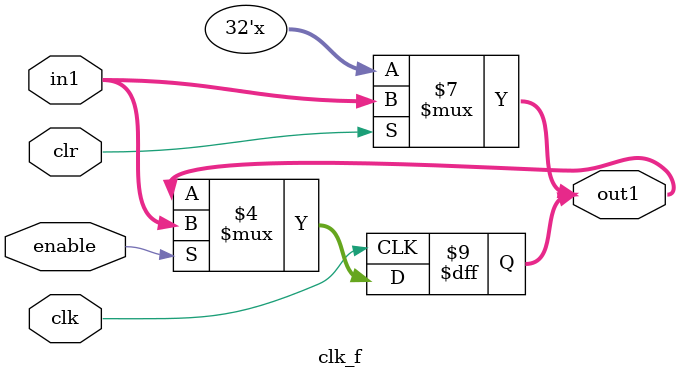
<source format=v>
/*
module to act as our clk for the decode stage

inputs:
  - in1: our instruction
  - enable: wire from hazard unit. decides if we should stall or not (pass in not stalld)

output:
  - out1: our instruction, released after falling clk edge
*/

module clk_f(
  input wire clk,
  input wire enable,
  input wire clr,
  input wire [31:0] in1,
  output reg [31:0] out1);

  //if clr, just pass it through no matter what
  always @(clr) begin
    if(clr)
      out1 = in1;
  end

  //at negedge clk, pass value through
  always @(negedge clk) begin
    if(enable)
      out1 = in1;
  end

endmodule

</source>
